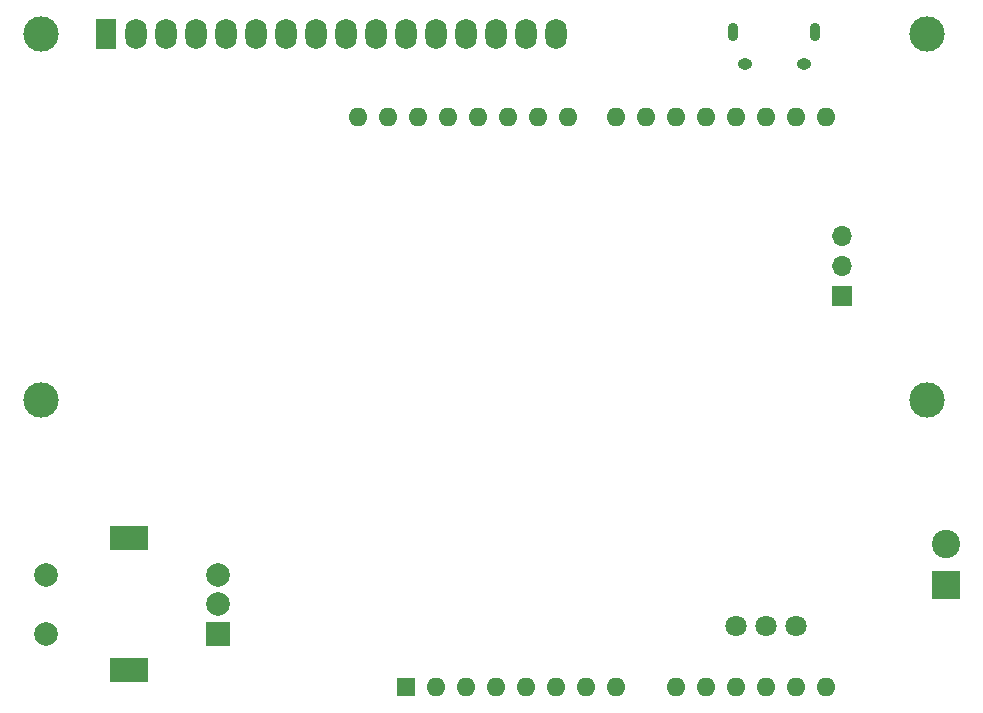
<source format=gbr>
%TF.GenerationSoftware,KiCad,Pcbnew,(7.0.0)*%
%TF.CreationDate,2023-02-28T15:15:22-06:00*%
%TF.ProjectId,Film_Dev_Robot,46696c6d-5f44-4657-965f-526f626f742e,rev?*%
%TF.SameCoordinates,Original*%
%TF.FileFunction,Soldermask,Bot*%
%TF.FilePolarity,Negative*%
%FSLAX46Y46*%
G04 Gerber Fmt 4.6, Leading zero omitted, Abs format (unit mm)*
G04 Created by KiCad (PCBNEW (7.0.0)) date 2023-02-28 15:15:22*
%MOMM*%
%LPD*%
G01*
G04 APERTURE LIST*
%ADD10C,3.000000*%
%ADD11R,1.800000X2.600000*%
%ADD12O,1.800000X2.600000*%
%ADD13R,2.400000X2.400000*%
%ADD14C,2.400000*%
%ADD15C,1.800000*%
%ADD16O,0.890000X1.550000*%
%ADD17O,1.250000X0.950000*%
%ADD18R,2.000000X2.000000*%
%ADD19C,2.000000*%
%ADD20R,3.200000X2.000000*%
%ADD21R,1.700000X1.700000*%
%ADD22O,1.700000X1.700000*%
%ADD23R,1.600000X1.600000*%
%ADD24O,1.600000X1.600000*%
G04 APERTURE END LIST*
D10*
%TO.C,DS1*%
X69430900Y-55880000D03*
X69430900Y-86880700D03*
X144429480Y-86880700D03*
X144430000Y-55880000D03*
D11*
X74929999Y-55879999D03*
D12*
X77469999Y-55879999D03*
X80009999Y-55879999D03*
X82549999Y-55879999D03*
X85089999Y-55879999D03*
X87629999Y-55879999D03*
X90169999Y-55879999D03*
X92709999Y-55879999D03*
X95249999Y-55879999D03*
X97789999Y-55879999D03*
X100329999Y-55879999D03*
X102869999Y-55879999D03*
X105409999Y-55879999D03*
X107949999Y-55879999D03*
X110489999Y-55879999D03*
X113029999Y-55879999D03*
%TD*%
D13*
%TO.C,TH1*%
X146049999Y-102559999D03*
D14*
X146050000Y-99060000D03*
%TD*%
D15*
%TO.C,RV1*%
X133335000Y-105970000D03*
X130795000Y-105970000D03*
X128255000Y-105970000D03*
%TD*%
D16*
%TO.C,J1*%
X134984999Y-55719999D03*
D17*
X133984999Y-58419999D03*
X128984999Y-58419999D03*
D16*
X127984999Y-55719999D03*
%TD*%
D18*
%TO.C,SW1*%
X84364999Y-106639999D03*
D19*
X84365000Y-101640000D03*
X84365000Y-104140000D03*
D20*
X76864999Y-109739999D03*
X76864999Y-98539999D03*
D19*
X69865000Y-101640000D03*
X69865000Y-106640000D03*
%TD*%
D21*
%TO.C,M1*%
X137229999Y-78089999D03*
D22*
X137229999Y-75549999D03*
X137229999Y-73009999D03*
%TD*%
D23*
%TO.C,A1*%
X100329999Y-111124999D03*
D24*
X102869999Y-111124999D03*
X105409999Y-111124999D03*
X107949999Y-111124999D03*
X110489999Y-111124999D03*
X113029999Y-111124999D03*
X115569999Y-111124999D03*
X118109999Y-111124999D03*
X123189999Y-111124999D03*
X125729999Y-111124999D03*
X128269999Y-111124999D03*
X130809999Y-111124999D03*
X133349999Y-111124999D03*
X135889999Y-111124999D03*
X135889999Y-62864999D03*
X133349999Y-62864999D03*
X130809999Y-62864999D03*
X128269999Y-62864999D03*
X125729999Y-62864999D03*
X123189999Y-62864999D03*
X120649999Y-62864999D03*
X118109999Y-62864999D03*
X114049999Y-62864999D03*
X111509999Y-62864999D03*
X108969999Y-62864999D03*
X106429999Y-62864999D03*
X103889999Y-62864999D03*
X101349999Y-62864999D03*
X98809999Y-62864999D03*
X96269999Y-62864999D03*
%TD*%
M02*

</source>
